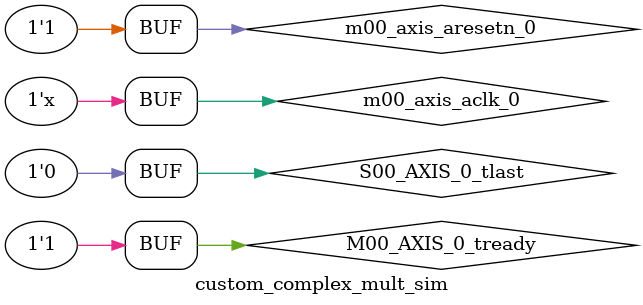
<source format=v>
`timescale 1ns / 1ps


module custom_complex_mult_sim();

  wire [63:0]M00_AXIS_0_tdata;
  wire M00_AXIS_0_tlast;
  reg M00_AXIS_0_tready;
  wire M00_AXIS_0_tvalid;
  
  reg [95:0]S00_AXIS_0_tdata;
  reg S00_AXIS_0_tlast;
  wire S00_AXIS_0_tready;
  reg S00_AXIS_0_tvalid;
  
  reg m00_axis_aclk_0;
  reg m00_axis_aresetn_0;
  
  wire [9:0]bram_addr_0;
 // wire [63:0]doutb_0;
  
  reg [7:0] ctr;
  initial begin
  
    m00_axis_aclk_0 = 1'b0;
    m00_axis_aresetn_0 = 1'b0;
    
    ctr = 'd0;
    
    S00_AXIS_0_tdata = 'd0;
    S00_AXIS_0_tlast = 1'b0;
    S00_AXIS_0_tvalid = 1'b0;
    
    M00_AXIS_0_tready = 1'b1;
    
    #50
    m00_axis_aresetn_0 = 1'b1;
    
    #20
    S00_AXIS_0_tvalid = 1'b1;
    
  end
  
  always #10 m00_axis_aclk_0 = ~m00_axis_aclk_0;
  
  always @(posedge m00_axis_aclk_0) begin
  
    if(S00_AXIS_0_tdata == 'd1024) begin
        S00_AXIS_0_tvalid = 1'b0;
        ctr = ctr + 'd1;
    end
    
    if (ctr == 65) begin
        ctr = 'd0;
        S00_AXIS_0_tvalid = 1'b1;
        S00_AXIS_0_tdata = 'd0;
    end
        
    if(S00_AXIS_0_tvalid == 1)
        S00_AXIS_0_tdata = S00_AXIS_0_tdata + 'd1;
  
  end
  
  
  custom_complex_mult custom_complex_mult_i
       (.M00_AXIS_0_tdata(M00_AXIS_0_tdata),
        .M00_AXIS_0_tlast(M00_AXIS_0_tlast),
        .M00_AXIS_0_tready(M00_AXIS_0_tready),
        .M00_AXIS_0_tstrb(),
        .M00_AXIS_0_tvalid(M00_AXIS_0_tvalid),
        .S00_AXIS_0_tdata(S00_AXIS_0_tdata),
        .S00_AXIS_0_tlast(S00_AXIS_0_tlast),
        .S00_AXIS_0_tready(S00_AXIS_0_tready),
        .S00_AXIS_0_tstrb(),
        .S00_AXIS_0_tvalid(S00_AXIS_0_tvalid),
        .m00_axis_aclk_0(m00_axis_aclk_0),
        .m00_axis_aresetn_0(m00_axis_aresetn_0),
        .bram_addr_0(bram_addr_0)//,
        //.doutb_0(doutb_0)
        );
endmodule

</source>
